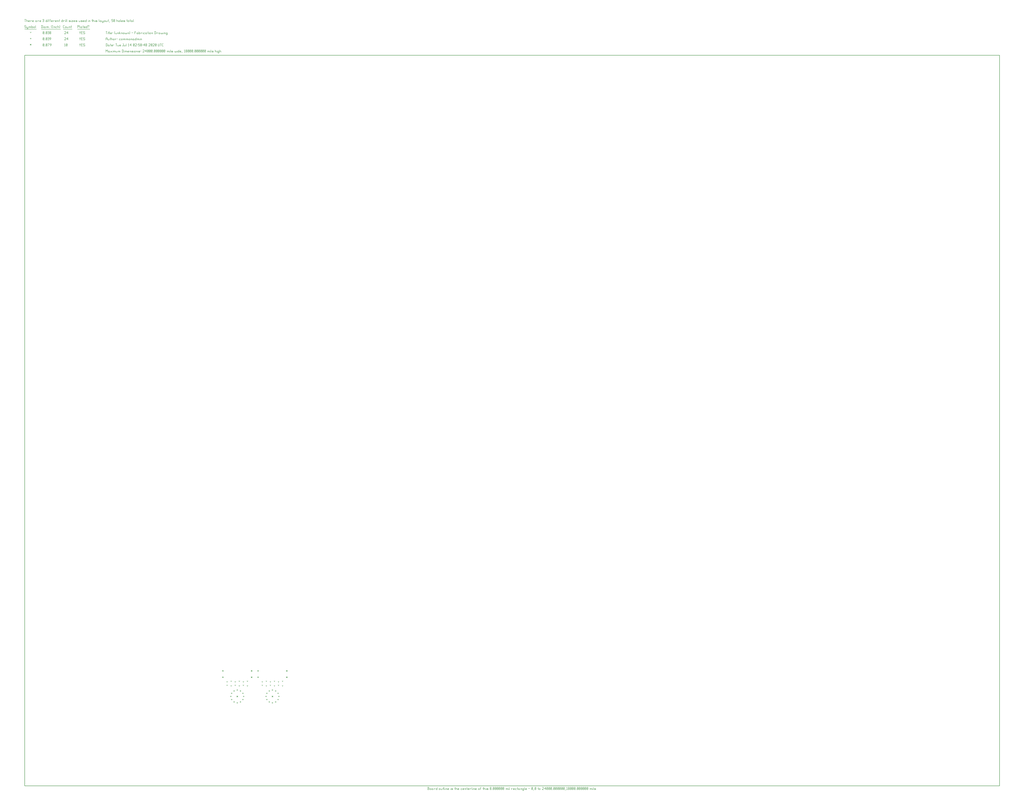
<source format=gbr>
G04 start of page 17 for group -3984 idx -3984 *
G04 Title: (unknown), fab *
G04 Creator: pcb 4.2.0 *
G04 CreationDate: Tue Jul 14 02:58:48 2020 UTC *
G04 For: commonadmin *
G04 Format: Gerber/RS-274X *
G04 PCB-Dimensions (mil): 24000.00 18000.00 *
G04 PCB-Coordinate-Origin: lower left *
%MOIN*%
%FSLAX25Y25*%
%LNFAB*%
%ADD78C,0.0100*%
%ADD77C,0.0075*%
%ADD76C,0.0060*%
%ADD75C,0.0001*%
G54D75*G36*
X609036Y222041D02*X612002Y219076D01*
X611436Y218510D01*
X608471Y221476D01*
X609036Y222041D01*
G37*
G36*
X608471Y219076D02*X611436Y222041D01*
X612002Y221476D01*
X609036Y218510D01*
X608471Y219076D01*
G37*
G36*
X644469Y269285D02*X647435Y266320D01*
X646869Y265754D01*
X643904Y268720D01*
X644469Y269285D01*
G37*
G36*
X643904Y266320D02*X646869Y269285D01*
X647435Y268720D01*
X644469Y265754D01*
X643904Y266320D01*
G37*
G36*
X644469Y285033D02*X647435Y282068D01*
X646869Y281502D01*
X643904Y284468D01*
X644469Y285033D01*
G37*
G36*
X643904Y282068D02*X646869Y285033D01*
X647435Y284468D01*
X644469Y281502D01*
X643904Y282068D01*
G37*
G36*
X573603Y285033D02*X576569Y282068D01*
X576003Y281502D01*
X573037Y284468D01*
X573603Y285033D01*
G37*
G36*
X573037Y282068D02*X576003Y285033D01*
X576569Y284468D01*
X573603Y281502D01*
X573037Y282068D01*
G37*
G36*
X573603Y269285D02*X576569Y266320D01*
X576003Y265754D01*
X573037Y268720D01*
X573603Y269285D01*
G37*
G36*
X573037Y266320D02*X576003Y269285D01*
X576569Y268720D01*
X573603Y265754D01*
X573037Y266320D01*
G37*
G36*
X522422Y222041D02*X525388Y219076D01*
X524822Y218510D01*
X521856Y221476D01*
X522422Y222041D01*
G37*
G36*
X521856Y219076D02*X524822Y222041D01*
X525388Y221476D01*
X522422Y218510D01*
X521856Y219076D01*
G37*
G36*
X557855Y269285D02*X560821Y266320D01*
X560255Y265754D01*
X557289Y268720D01*
X557855Y269285D01*
G37*
G36*
X557289Y266320D02*X560255Y269285D01*
X560821Y268720D01*
X557855Y265754D01*
X557289Y266320D01*
G37*
G36*
X557855Y285033D02*X560821Y282068D01*
X560255Y281502D01*
X557289Y284468D01*
X557855Y285033D01*
G37*
G36*
X557289Y282068D02*X560255Y285033D01*
X560821Y284468D01*
X557855Y281502D01*
X557289Y282068D01*
G37*
G36*
X486989Y285033D02*X489955Y282068D01*
X489389Y281502D01*
X486423Y284468D01*
X486989Y285033D01*
G37*
G36*
X486423Y282068D02*X489389Y285033D01*
X489955Y284468D01*
X486989Y281502D01*
X486423Y282068D01*
G37*
G36*
X486989Y269285D02*X489955Y266320D01*
X489389Y265754D01*
X486423Y268720D01*
X486989Y269285D01*
G37*
G36*
X486423Y266320D02*X489389Y269285D01*
X489955Y268720D01*
X486989Y265754D01*
X486423Y266320D01*
G37*
G36*
X13800Y1828016D02*X16766Y1825050D01*
X16200Y1824484D01*
X13234Y1827450D01*
X13800Y1828016D01*
G37*
G36*
X13234Y1825050D02*X16200Y1828016D01*
X16766Y1827450D01*
X13800Y1824484D01*
X13234Y1825050D01*
G37*
G54D76*X135000Y1828500D02*X136500Y1825500D01*
X138000Y1828500D01*
X136500Y1825500D02*Y1822500D01*
X139800Y1825800D02*X142050D01*
X139800Y1822500D02*X142800D01*
X139800Y1828500D02*Y1822500D01*
Y1828500D02*X142800D01*
X147600D02*X148350Y1827750D01*
X145350Y1828500D02*X147600D01*
X144600Y1827750D02*X145350Y1828500D01*
X144600Y1827750D02*Y1826250D01*
X145350Y1825500D01*
X147600D01*
X148350Y1824750D01*
Y1823250D01*
X147600Y1822500D02*X148350Y1823250D01*
X145350Y1822500D02*X147600D01*
X144600Y1823250D02*X145350Y1822500D01*
X98000Y1827300D02*X99200Y1828500D01*
Y1822500D01*
X98000D02*X100250D01*
X102050Y1823250D02*X102800Y1822500D01*
X102050Y1827750D02*Y1823250D01*
Y1827750D02*X102800Y1828500D01*
X104300D01*
X105050Y1827750D01*
Y1823250D01*
X104300Y1822500D02*X105050Y1823250D01*
X102800Y1822500D02*X104300D01*
X102050Y1824000D02*X105050Y1827000D01*
X45000Y1823250D02*X45750Y1822500D01*
X45000Y1827750D02*Y1823250D01*
Y1827750D02*X45750Y1828500D01*
X47250D01*
X48000Y1827750D01*
Y1823250D01*
X47250Y1822500D02*X48000Y1823250D01*
X45750Y1822500D02*X47250D01*
X45000Y1824000D02*X48000Y1827000D01*
X49800Y1822500D02*X50550D01*
X52350Y1823250D02*X53100Y1822500D01*
X52350Y1827750D02*Y1823250D01*
Y1827750D02*X53100Y1828500D01*
X54600D01*
X55350Y1827750D01*
Y1823250D01*
X54600Y1822500D02*X55350Y1823250D01*
X53100Y1822500D02*X54600D01*
X52350Y1824000D02*X55350Y1827000D01*
X57900Y1822500D02*X60900Y1828500D01*
X57150D02*X60900D01*
X63450Y1822500D02*X65700Y1825500D01*
Y1827750D02*Y1825500D01*
X64950Y1828500D02*X65700Y1827750D01*
X63450Y1828500D02*X64950D01*
X62700Y1827750D02*X63450Y1828500D01*
X62700Y1827750D02*Y1826250D01*
X63450Y1825500D01*
X65700D01*
X610236Y206128D02*Y202928D01*
X608636Y204528D02*X611836D01*
X625984Y221876D02*Y218676D01*
X624384Y220276D02*X627584D01*
X610236Y237624D02*Y234424D01*
X608636Y236024D02*X611836D01*
X594488Y221876D02*Y218676D01*
X592888Y220276D02*X596088D01*
X602362Y235458D02*Y232258D01*
X600762Y233858D02*X603962D01*
X596457Y229553D02*Y226353D01*
X594857Y227953D02*X598057D01*
X602362Y208293D02*Y205093D01*
X600762Y206693D02*X603962D01*
X596457Y214198D02*Y210998D01*
X594857Y212598D02*X598057D01*
X618110Y208293D02*Y205093D01*
X616510Y206693D02*X619710D01*
X618110Y235458D02*Y232258D01*
X616510Y233858D02*X619710D01*
X624016Y214198D02*Y210998D01*
X622416Y212598D02*X625616D01*
X624016Y229553D02*Y226353D01*
X622416Y227953D02*X625616D01*
X523622Y206128D02*Y202928D01*
X522022Y204528D02*X525222D01*
X539370Y221876D02*Y218676D01*
X537770Y220276D02*X540970D01*
X523622Y237624D02*Y234424D01*
X522022Y236024D02*X525222D01*
X507874Y221876D02*Y218676D01*
X506274Y220276D02*X509474D01*
X515748Y235458D02*Y232258D01*
X514148Y233858D02*X517348D01*
X509843Y229553D02*Y226353D01*
X508243Y227953D02*X511443D01*
X515748Y208293D02*Y205093D01*
X514148Y206693D02*X517348D01*
X509843Y214198D02*Y210998D01*
X508243Y212598D02*X511443D01*
X531496Y208293D02*Y205093D01*
X529896Y206693D02*X533096D01*
X531496Y235458D02*Y232258D01*
X529896Y233858D02*X533096D01*
X537402Y214198D02*Y210998D01*
X535802Y212598D02*X539002D01*
X537402Y229553D02*Y226353D01*
X535802Y227953D02*X539002D01*
X15000Y1842850D02*Y1839650D01*
X13400Y1841250D02*X16600D01*
X135000Y1843500D02*X136500Y1840500D01*
X138000Y1843500D01*
X136500Y1840500D02*Y1837500D01*
X139800Y1840800D02*X142050D01*
X139800Y1837500D02*X142800D01*
X139800Y1843500D02*Y1837500D01*
Y1843500D02*X142800D01*
X147600D02*X148350Y1842750D01*
X145350Y1843500D02*X147600D01*
X144600Y1842750D02*X145350Y1843500D01*
X144600Y1842750D02*Y1841250D01*
X145350Y1840500D01*
X147600D01*
X148350Y1839750D01*
Y1838250D01*
X147600Y1837500D02*X148350Y1838250D01*
X145350Y1837500D02*X147600D01*
X144600Y1838250D02*X145350Y1837500D01*
X98000Y1842750D02*X98750Y1843500D01*
X101000D01*
X101750Y1842750D01*
Y1841250D01*
X98000Y1837500D02*X101750Y1841250D01*
X98000Y1837500D02*X101750D01*
X103550Y1839750D02*X106550Y1843500D01*
X103550Y1839750D02*X107300D01*
X106550Y1843500D02*Y1837500D01*
X45000Y1838250D02*X45750Y1837500D01*
X45000Y1842750D02*Y1838250D01*
Y1842750D02*X45750Y1843500D01*
X47250D01*
X48000Y1842750D01*
Y1838250D01*
X47250Y1837500D02*X48000Y1838250D01*
X45750Y1837500D02*X47250D01*
X45000Y1839000D02*X48000Y1842000D01*
X49800Y1837500D02*X50550D01*
X52350Y1838250D02*X53100Y1837500D01*
X52350Y1842750D02*Y1838250D01*
Y1842750D02*X53100Y1843500D01*
X54600D01*
X55350Y1842750D01*
Y1838250D01*
X54600Y1837500D02*X55350Y1838250D01*
X53100Y1837500D02*X54600D01*
X52350Y1839000D02*X55350Y1842000D01*
X57150Y1842750D02*X57900Y1843500D01*
X59400D01*
X60150Y1842750D01*
X59400Y1837500D02*X60150Y1838250D01*
X57900Y1837500D02*X59400D01*
X57150Y1838250D02*X57900Y1837500D01*
Y1840800D02*X59400D01*
X60150Y1842750D02*Y1841550D01*
Y1840050D02*Y1838250D01*
Y1840050D02*X59400Y1840800D01*
X60150Y1841550D02*X59400Y1840800D01*
X62700Y1837500D02*X64950Y1840500D01*
Y1842750D02*Y1840500D01*
X64200Y1843500D02*X64950Y1842750D01*
X62700Y1843500D02*X64200D01*
X61950Y1842750D02*X62700Y1843500D01*
X61950Y1842750D02*Y1841250D01*
X62700Y1840500D01*
X64950D01*
X635236Y257772D02*Y256172D01*
Y257772D02*X636623Y258572D01*
X635236Y257772D02*X633850Y258572D01*
X635236Y246272D02*Y244672D01*
Y246272D02*X636623Y247072D01*
X635236Y246272D02*X633850Y247072D01*
X625236Y247772D02*Y246172D01*
Y247772D02*X626623Y248572D01*
X625236Y247772D02*X623850Y248572D01*
X625236Y256272D02*Y254672D01*
Y256272D02*X626623Y257072D01*
X625236Y256272D02*X623850Y257072D01*
X615236Y257772D02*Y256172D01*
Y257772D02*X616623Y258572D01*
X615236Y257772D02*X613850Y258572D01*
X605236Y256272D02*Y254672D01*
Y256272D02*X606623Y257072D01*
X605236Y256272D02*X603850Y257072D01*
X595236Y257772D02*Y256172D01*
Y257772D02*X596623Y258572D01*
X595236Y257772D02*X593850Y258572D01*
X585236Y256272D02*Y254672D01*
Y256272D02*X586623Y257072D01*
X585236Y256272D02*X583850Y257072D01*
X615236Y246272D02*Y244672D01*
Y246272D02*X616623Y247072D01*
X615236Y246272D02*X613850Y247072D01*
X605236Y247772D02*Y246172D01*
Y247772D02*X606623Y248572D01*
X605236Y247772D02*X603850Y248572D01*
X595236Y246272D02*Y244672D01*
Y246272D02*X596623Y247072D01*
X595236Y246272D02*X593850Y247072D01*
X585236Y247772D02*Y246172D01*
Y247772D02*X586623Y248572D01*
X585236Y247772D02*X583850Y248572D01*
X548599Y257788D02*Y256188D01*
Y257788D02*X549985Y258588D01*
X548599Y257788D02*X547212Y258588D01*
X548599Y246288D02*Y244688D01*
Y246288D02*X549985Y247088D01*
X548599Y246288D02*X547212Y247088D01*
X538599Y247788D02*Y246188D01*
Y247788D02*X539985Y248588D01*
X538599Y247788D02*X537212Y248588D01*
X538599Y256288D02*Y254688D01*
Y256288D02*X539985Y257088D01*
X538599Y256288D02*X537212Y257088D01*
X528599Y257788D02*Y256188D01*
Y257788D02*X529985Y258588D01*
X528599Y257788D02*X527212Y258588D01*
X518599Y256288D02*Y254688D01*
Y256288D02*X519985Y257088D01*
X518599Y256288D02*X517212Y257088D01*
X508599Y257788D02*Y256188D01*
Y257788D02*X509985Y258588D01*
X508599Y257788D02*X507212Y258588D01*
X498599Y256288D02*Y254688D01*
Y256288D02*X499985Y257088D01*
X498599Y256288D02*X497212Y257088D01*
X528599Y246288D02*Y244688D01*
Y246288D02*X529985Y247088D01*
X528599Y246288D02*X527212Y247088D01*
X518599Y247788D02*Y246188D01*
Y247788D02*X519985Y248588D01*
X518599Y247788D02*X517212Y248588D01*
X508599Y246288D02*Y244688D01*
Y246288D02*X509985Y247088D01*
X508599Y246288D02*X507212Y247088D01*
X498599Y247788D02*Y246188D01*
Y247788D02*X499985Y248588D01*
X498599Y247788D02*X497212Y248588D01*
X15000Y1856250D02*Y1854650D01*
Y1856250D02*X16387Y1857050D01*
X15000Y1856250D02*X13613Y1857050D01*
X135000Y1858500D02*X136500Y1855500D01*
X138000Y1858500D01*
X136500Y1855500D02*Y1852500D01*
X139800Y1855800D02*X142050D01*
X139800Y1852500D02*X142800D01*
X139800Y1858500D02*Y1852500D01*
Y1858500D02*X142800D01*
X147600D02*X148350Y1857750D01*
X145350Y1858500D02*X147600D01*
X144600Y1857750D02*X145350Y1858500D01*
X144600Y1857750D02*Y1856250D01*
X145350Y1855500D01*
X147600D01*
X148350Y1854750D01*
Y1853250D01*
X147600Y1852500D02*X148350Y1853250D01*
X145350Y1852500D02*X147600D01*
X144600Y1853250D02*X145350Y1852500D01*
X98000Y1857750D02*X98750Y1858500D01*
X101000D01*
X101750Y1857750D01*
Y1856250D01*
X98000Y1852500D02*X101750Y1856250D01*
X98000Y1852500D02*X101750D01*
X103550Y1854750D02*X106550Y1858500D01*
X103550Y1854750D02*X107300D01*
X106550Y1858500D02*Y1852500D01*
X45000Y1853250D02*X45750Y1852500D01*
X45000Y1857750D02*Y1853250D01*
Y1857750D02*X45750Y1858500D01*
X47250D01*
X48000Y1857750D01*
Y1853250D01*
X47250Y1852500D02*X48000Y1853250D01*
X45750Y1852500D02*X47250D01*
X45000Y1854000D02*X48000Y1857000D01*
X49800Y1852500D02*X50550D01*
X52350Y1853250D02*X53100Y1852500D01*
X52350Y1857750D02*Y1853250D01*
Y1857750D02*X53100Y1858500D01*
X54600D01*
X55350Y1857750D01*
Y1853250D01*
X54600Y1852500D02*X55350Y1853250D01*
X53100Y1852500D02*X54600D01*
X52350Y1854000D02*X55350Y1857000D01*
X57150Y1857750D02*X57900Y1858500D01*
X59400D01*
X60150Y1857750D01*
X59400Y1852500D02*X60150Y1853250D01*
X57900Y1852500D02*X59400D01*
X57150Y1853250D02*X57900Y1852500D01*
Y1855800D02*X59400D01*
X60150Y1857750D02*Y1856550D01*
Y1855050D02*Y1853250D01*
Y1855050D02*X59400Y1855800D01*
X60150Y1856550D02*X59400Y1855800D01*
X61950Y1853250D02*X62700Y1852500D01*
X61950Y1854450D02*Y1853250D01*
Y1854450D02*X63000Y1855500D01*
X63900D01*
X64950Y1854450D01*
Y1853250D01*
X64200Y1852500D02*X64950Y1853250D01*
X62700Y1852500D02*X64200D01*
X61950Y1856550D02*X63000Y1855500D01*
X61950Y1857750D02*Y1856550D01*
Y1857750D02*X62700Y1858500D01*
X64200D01*
X64950Y1857750D01*
Y1856550D01*
X63900Y1855500D02*X64950Y1856550D01*
X3000Y1873500D02*X3750Y1872750D01*
X750Y1873500D02*X3000D01*
X0Y1872750D02*X750Y1873500D01*
X0Y1872750D02*Y1871250D01*
X750Y1870500D01*
X3000D01*
X3750Y1869750D01*
Y1868250D01*
X3000Y1867500D02*X3750Y1868250D01*
X750Y1867500D02*X3000D01*
X0Y1868250D02*X750Y1867500D01*
X5550Y1870500D02*Y1868250D01*
X6300Y1867500D01*
X8550Y1870500D02*Y1866000D01*
X7800Y1865250D02*X8550Y1866000D01*
X6300Y1865250D02*X7800D01*
X5550Y1866000D02*X6300Y1865250D01*
Y1867500D02*X7800D01*
X8550Y1868250D01*
X11100Y1869750D02*Y1867500D01*
Y1869750D02*X11850Y1870500D01*
X12600D01*
X13350Y1869750D01*
Y1867500D01*
Y1869750D02*X14100Y1870500D01*
X14850D01*
X15600Y1869750D01*
Y1867500D01*
X10350Y1870500D02*X11100Y1869750D01*
X17400Y1873500D02*Y1867500D01*
Y1868250D02*X18150Y1867500D01*
X19650D01*
X20400Y1868250D01*
Y1869750D02*Y1868250D01*
X19650Y1870500D02*X20400Y1869750D01*
X18150Y1870500D02*X19650D01*
X17400Y1869750D02*X18150Y1870500D01*
X22200Y1869750D02*Y1868250D01*
Y1869750D02*X22950Y1870500D01*
X24450D01*
X25200Y1869750D01*
Y1868250D01*
X24450Y1867500D02*X25200Y1868250D01*
X22950Y1867500D02*X24450D01*
X22200Y1868250D02*X22950Y1867500D01*
X27000Y1873500D02*Y1868250D01*
X27750Y1867500D01*
X0Y1864250D02*X29250D01*
X41750Y1873500D02*Y1867500D01*
X43700Y1873500D02*X44750Y1872450D01*
Y1868550D01*
X43700Y1867500D02*X44750Y1868550D01*
X41000Y1867500D02*X43700D01*
X41000Y1873500D02*X43700D01*
G54D77*X46550Y1872000D02*Y1871850D01*
G54D76*Y1869750D02*Y1867500D01*
X50300Y1870500D02*X51050Y1869750D01*
X48800Y1870500D02*X50300D01*
X48050Y1869750D02*X48800Y1870500D01*
X48050Y1869750D02*Y1868250D01*
X48800Y1867500D01*
X51050Y1870500D02*Y1868250D01*
X51800Y1867500D01*
X48800D02*X50300D01*
X51050Y1868250D01*
X54350Y1869750D02*Y1867500D01*
Y1869750D02*X55100Y1870500D01*
X55850D01*
X56600Y1869750D01*
Y1867500D01*
Y1869750D02*X57350Y1870500D01*
X58100D01*
X58850Y1869750D01*
Y1867500D01*
X53600Y1870500D02*X54350Y1869750D01*
X60650Y1867500D02*X61400D01*
X65900Y1868250D02*X66650Y1867500D01*
X65900Y1872750D02*X66650Y1873500D01*
X65900Y1872750D02*Y1868250D01*
X68450Y1873500D02*X69950D01*
X69200D02*Y1867500D01*
X68450D02*X69950D01*
X72500Y1869750D02*Y1867500D01*
Y1869750D02*X73250Y1870500D01*
X74000D01*
X74750Y1869750D01*
Y1867500D01*
X71750Y1870500D02*X72500Y1869750D01*
X77300Y1870500D02*X79550D01*
X76550Y1869750D02*X77300Y1870500D01*
X76550Y1869750D02*Y1868250D01*
X77300Y1867500D01*
X79550D01*
X81350Y1873500D02*Y1867500D01*
Y1869750D02*X82100Y1870500D01*
X83600D01*
X84350Y1869750D01*
Y1867500D01*
X86150Y1873500D02*X86900Y1872750D01*
Y1868250D01*
X86150Y1867500D02*X86900Y1868250D01*
X41000Y1864250D02*X88700D01*
X96050Y1867500D02*X98000D01*
X95000Y1868550D02*X96050Y1867500D01*
X95000Y1872450D02*Y1868550D01*
Y1872450D02*X96050Y1873500D01*
X98000D01*
X99800Y1869750D02*Y1868250D01*
Y1869750D02*X100550Y1870500D01*
X102050D01*
X102800Y1869750D01*
Y1868250D01*
X102050Y1867500D02*X102800Y1868250D01*
X100550Y1867500D02*X102050D01*
X99800Y1868250D02*X100550Y1867500D01*
X104600Y1870500D02*Y1868250D01*
X105350Y1867500D01*
X106850D01*
X107600Y1868250D01*
Y1870500D02*Y1868250D01*
X110150Y1869750D02*Y1867500D01*
Y1869750D02*X110900Y1870500D01*
X111650D01*
X112400Y1869750D01*
Y1867500D01*
X109400Y1870500D02*X110150Y1869750D01*
X114950Y1873500D02*Y1868250D01*
X115700Y1867500D01*
X114200Y1871250D02*X115700D01*
X95000Y1864250D02*X117200D01*
X130750Y1873500D02*Y1867500D01*
X130000Y1873500D02*X133000D01*
X133750Y1872750D01*
Y1871250D01*
X133000Y1870500D02*X133750Y1871250D01*
X130750Y1870500D02*X133000D01*
X135550Y1873500D02*Y1868250D01*
X136300Y1867500D01*
X140050Y1870500D02*X140800Y1869750D01*
X138550Y1870500D02*X140050D01*
X137800Y1869750D02*X138550Y1870500D01*
X137800Y1869750D02*Y1868250D01*
X138550Y1867500D01*
X140800Y1870500D02*Y1868250D01*
X141550Y1867500D01*
X138550D02*X140050D01*
X140800Y1868250D01*
X144100Y1873500D02*Y1868250D01*
X144850Y1867500D01*
X143350Y1871250D02*X144850D01*
X147100Y1867500D02*X149350D01*
X146350Y1868250D02*X147100Y1867500D01*
X146350Y1869750D02*Y1868250D01*
Y1869750D02*X147100Y1870500D01*
X148600D01*
X149350Y1869750D01*
X146350Y1869000D02*X149350D01*
Y1869750D02*Y1869000D01*
X154150Y1873500D02*Y1867500D01*
X153400D02*X154150Y1868250D01*
X151900Y1867500D02*X153400D01*
X151150Y1868250D02*X151900Y1867500D01*
X151150Y1869750D02*Y1868250D01*
Y1869750D02*X151900Y1870500D01*
X153400D01*
X154150Y1869750D01*
X157450Y1870500D02*Y1869750D01*
Y1868250D02*Y1867500D01*
X155950Y1872750D02*Y1872000D01*
Y1872750D02*X156700Y1873500D01*
X158200D01*
X158950Y1872750D01*
Y1872000D01*
X157450Y1870500D02*X158950Y1872000D01*
X130000Y1864250D02*X160750D01*
X0Y1888500D02*X3000D01*
X1500D02*Y1882500D01*
X4800Y1888500D02*Y1882500D01*
Y1884750D02*X5550Y1885500D01*
X7050D01*
X7800Y1884750D01*
Y1882500D01*
X10350D02*X12600D01*
X9600Y1883250D02*X10350Y1882500D01*
X9600Y1884750D02*Y1883250D01*
Y1884750D02*X10350Y1885500D01*
X11850D01*
X12600Y1884750D01*
X9600Y1884000D02*X12600D01*
Y1884750D02*Y1884000D01*
X15150Y1884750D02*Y1882500D01*
Y1884750D02*X15900Y1885500D01*
X17400D01*
X14400D02*X15150Y1884750D01*
X19950Y1882500D02*X22200D01*
X19200Y1883250D02*X19950Y1882500D01*
X19200Y1884750D02*Y1883250D01*
Y1884750D02*X19950Y1885500D01*
X21450D01*
X22200Y1884750D01*
X19200Y1884000D02*X22200D01*
Y1884750D02*Y1884000D01*
X28950Y1885500D02*X29700Y1884750D01*
X27450Y1885500D02*X28950D01*
X26700Y1884750D02*X27450Y1885500D01*
X26700Y1884750D02*Y1883250D01*
X27450Y1882500D01*
X29700Y1885500D02*Y1883250D01*
X30450Y1882500D01*
X27450D02*X28950D01*
X29700Y1883250D01*
X33000Y1884750D02*Y1882500D01*
Y1884750D02*X33750Y1885500D01*
X35250D01*
X32250D02*X33000Y1884750D01*
X37800Y1882500D02*X40050D01*
X37050Y1883250D02*X37800Y1882500D01*
X37050Y1884750D02*Y1883250D01*
Y1884750D02*X37800Y1885500D01*
X39300D01*
X40050Y1884750D01*
X37050Y1884000D02*X40050D01*
Y1884750D02*Y1884000D01*
X44550Y1887750D02*X45300Y1888500D01*
X46800D01*
X47550Y1887750D01*
X46800Y1882500D02*X47550Y1883250D01*
X45300Y1882500D02*X46800D01*
X44550Y1883250D02*X45300Y1882500D01*
Y1885800D02*X46800D01*
X47550Y1887750D02*Y1886550D01*
Y1885050D02*Y1883250D01*
Y1885050D02*X46800Y1885800D01*
X47550Y1886550D02*X46800Y1885800D01*
X55050Y1888500D02*Y1882500D01*
X54300D02*X55050Y1883250D01*
X52800Y1882500D02*X54300D01*
X52050Y1883250D02*X52800Y1882500D01*
X52050Y1884750D02*Y1883250D01*
Y1884750D02*X52800Y1885500D01*
X54300D01*
X55050Y1884750D01*
G54D77*X56850Y1887000D02*Y1886850D01*
G54D76*Y1884750D02*Y1882500D01*
X59100Y1887750D02*Y1882500D01*
Y1887750D02*X59850Y1888500D01*
X60600D01*
X58350Y1885500D02*X59850D01*
X62850Y1887750D02*Y1882500D01*
Y1887750D02*X63600Y1888500D01*
X64350D01*
X62100Y1885500D02*X63600D01*
X66600Y1882500D02*X68850D01*
X65850Y1883250D02*X66600Y1882500D01*
X65850Y1884750D02*Y1883250D01*
Y1884750D02*X66600Y1885500D01*
X68100D01*
X68850Y1884750D01*
X65850Y1884000D02*X68850D01*
Y1884750D02*Y1884000D01*
X71400Y1884750D02*Y1882500D01*
Y1884750D02*X72150Y1885500D01*
X73650D01*
X70650D02*X71400Y1884750D01*
X76200Y1882500D02*X78450D01*
X75450Y1883250D02*X76200Y1882500D01*
X75450Y1884750D02*Y1883250D01*
Y1884750D02*X76200Y1885500D01*
X77700D01*
X78450Y1884750D01*
X75450Y1884000D02*X78450D01*
Y1884750D02*Y1884000D01*
X81000Y1884750D02*Y1882500D01*
Y1884750D02*X81750Y1885500D01*
X82500D01*
X83250Y1884750D01*
Y1882500D01*
X80250Y1885500D02*X81000Y1884750D01*
X85800Y1888500D02*Y1883250D01*
X86550Y1882500D01*
X85050Y1886250D02*X86550D01*
X93750Y1888500D02*Y1882500D01*
X93000D02*X93750Y1883250D01*
X91500Y1882500D02*X93000D01*
X90750Y1883250D02*X91500Y1882500D01*
X90750Y1884750D02*Y1883250D01*
Y1884750D02*X91500Y1885500D01*
X93000D01*
X93750Y1884750D01*
X96300D02*Y1882500D01*
Y1884750D02*X97050Y1885500D01*
X98550D01*
X95550D02*X96300Y1884750D01*
G54D77*X100350Y1887000D02*Y1886850D01*
G54D76*Y1884750D02*Y1882500D01*
X101850Y1888500D02*Y1883250D01*
X102600Y1882500D01*
X104100Y1888500D02*Y1883250D01*
X104850Y1882500D01*
X109800D02*X112050D01*
X112800Y1883250D01*
X112050Y1884000D02*X112800Y1883250D01*
X109800Y1884000D02*X112050D01*
X109050Y1884750D02*X109800Y1884000D01*
X109050Y1884750D02*X109800Y1885500D01*
X112050D01*
X112800Y1884750D01*
X109050Y1883250D02*X109800Y1882500D01*
G54D77*X114600Y1887000D02*Y1886850D01*
G54D76*Y1884750D02*Y1882500D01*
X116100Y1885500D02*X119100D01*
X116100Y1882500D02*X119100Y1885500D01*
X116100Y1882500D02*X119100D01*
X121650D02*X123900D01*
X120900Y1883250D02*X121650Y1882500D01*
X120900Y1884750D02*Y1883250D01*
Y1884750D02*X121650Y1885500D01*
X123150D01*
X123900Y1884750D01*
X120900Y1884000D02*X123900D01*
Y1884750D02*Y1884000D01*
X126450Y1882500D02*X128700D01*
X129450Y1883250D01*
X128700Y1884000D02*X129450Y1883250D01*
X126450Y1884000D02*X128700D01*
X125700Y1884750D02*X126450Y1884000D01*
X125700Y1884750D02*X126450Y1885500D01*
X128700D01*
X129450Y1884750D01*
X125700Y1883250D02*X126450Y1882500D01*
X133950Y1885500D02*Y1883250D01*
X134700Y1882500D01*
X136200D01*
X136950Y1883250D01*
Y1885500D02*Y1883250D01*
X139500Y1882500D02*X141750D01*
X142500Y1883250D01*
X141750Y1884000D02*X142500Y1883250D01*
X139500Y1884000D02*X141750D01*
X138750Y1884750D02*X139500Y1884000D01*
X138750Y1884750D02*X139500Y1885500D01*
X141750D01*
X142500Y1884750D01*
X138750Y1883250D02*X139500Y1882500D01*
X145050D02*X147300D01*
X144300Y1883250D02*X145050Y1882500D01*
X144300Y1884750D02*Y1883250D01*
Y1884750D02*X145050Y1885500D01*
X146550D01*
X147300Y1884750D01*
X144300Y1884000D02*X147300D01*
Y1884750D02*Y1884000D01*
X152100Y1888500D02*Y1882500D01*
X151350D02*X152100Y1883250D01*
X149850Y1882500D02*X151350D01*
X149100Y1883250D02*X149850Y1882500D01*
X149100Y1884750D02*Y1883250D01*
Y1884750D02*X149850Y1885500D01*
X151350D01*
X152100Y1884750D01*
G54D77*X156600Y1887000D02*Y1886850D01*
G54D76*Y1884750D02*Y1882500D01*
X158850Y1884750D02*Y1882500D01*
Y1884750D02*X159600Y1885500D01*
X160350D01*
X161100Y1884750D01*
Y1882500D01*
X158100Y1885500D02*X158850Y1884750D01*
X166350Y1888500D02*Y1883250D01*
X167100Y1882500D01*
X165600Y1886250D02*X167100D01*
X168600Y1888500D02*Y1882500D01*
Y1884750D02*X169350Y1885500D01*
X170850D01*
X171600Y1884750D01*
Y1882500D01*
G54D77*X173400Y1887000D02*Y1886850D01*
G54D76*Y1884750D02*Y1882500D01*
X175650D02*X177900D01*
X178650Y1883250D01*
X177900Y1884000D02*X178650Y1883250D01*
X175650Y1884000D02*X177900D01*
X174900Y1884750D02*X175650Y1884000D01*
X174900Y1884750D02*X175650Y1885500D01*
X177900D01*
X178650Y1884750D01*
X174900Y1883250D02*X175650Y1882500D01*
X183150Y1888500D02*Y1883250D01*
X183900Y1882500D01*
X187650Y1885500D02*X188400Y1884750D01*
X186150Y1885500D02*X187650D01*
X185400Y1884750D02*X186150Y1885500D01*
X185400Y1884750D02*Y1883250D01*
X186150Y1882500D01*
X188400Y1885500D02*Y1883250D01*
X189150Y1882500D01*
X186150D02*X187650D01*
X188400Y1883250D01*
X190950Y1885500D02*Y1883250D01*
X191700Y1882500D01*
X193950Y1885500D02*Y1881000D01*
X193200Y1880250D02*X193950Y1881000D01*
X191700Y1880250D02*X193200D01*
X190950Y1881000D02*X191700Y1880250D01*
Y1882500D02*X193200D01*
X193950Y1883250D01*
X195750Y1884750D02*Y1883250D01*
Y1884750D02*X196500Y1885500D01*
X198000D01*
X198750Y1884750D01*
Y1883250D01*
X198000Y1882500D02*X198750Y1883250D01*
X196500Y1882500D02*X198000D01*
X195750Y1883250D02*X196500Y1882500D01*
X200550Y1885500D02*Y1883250D01*
X201300Y1882500D01*
X202800D01*
X203550Y1883250D01*
Y1885500D02*Y1883250D01*
X206100Y1888500D02*Y1883250D01*
X206850Y1882500D01*
X205350Y1886250D02*X206850D01*
X208350Y1881000D02*X209850Y1882500D01*
X214350Y1888500D02*X217350D01*
X214350D02*Y1885500D01*
X215100Y1886250D01*
X216600D01*
X217350Y1885500D01*
Y1883250D01*
X216600Y1882500D02*X217350Y1883250D01*
X215100Y1882500D02*X216600D01*
X214350Y1883250D02*X215100Y1882500D01*
X219150Y1883250D02*X219900Y1882500D01*
X219150Y1884450D02*Y1883250D01*
Y1884450D02*X220200Y1885500D01*
X221100D01*
X222150Y1884450D01*
Y1883250D01*
X221400Y1882500D02*X222150Y1883250D01*
X219900Y1882500D02*X221400D01*
X219150Y1886550D02*X220200Y1885500D01*
X219150Y1887750D02*Y1886550D01*
Y1887750D02*X219900Y1888500D01*
X221400D01*
X222150Y1887750D01*
Y1886550D01*
X221100Y1885500D02*X222150Y1886550D01*
X226650Y1888500D02*Y1882500D01*
Y1884750D02*X227400Y1885500D01*
X228900D01*
X229650Y1884750D01*
Y1882500D01*
X231450Y1884750D02*Y1883250D01*
Y1884750D02*X232200Y1885500D01*
X233700D01*
X234450Y1884750D01*
Y1883250D01*
X233700Y1882500D02*X234450Y1883250D01*
X232200Y1882500D02*X233700D01*
X231450Y1883250D02*X232200Y1882500D01*
X236250Y1888500D02*Y1883250D01*
X237000Y1882500D01*
X239250D02*X241500D01*
X238500Y1883250D02*X239250Y1882500D01*
X238500Y1884750D02*Y1883250D01*
Y1884750D02*X239250Y1885500D01*
X240750D01*
X241500Y1884750D01*
X238500Y1884000D02*X241500D01*
Y1884750D02*Y1884000D01*
X244050Y1882500D02*X246300D01*
X247050Y1883250D01*
X246300Y1884000D02*X247050Y1883250D01*
X244050Y1884000D02*X246300D01*
X243300Y1884750D02*X244050Y1884000D01*
X243300Y1884750D02*X244050Y1885500D01*
X246300D01*
X247050Y1884750D01*
X243300Y1883250D02*X244050Y1882500D01*
X252300Y1888500D02*Y1883250D01*
X253050Y1882500D01*
X251550Y1886250D02*X253050D01*
X254550Y1884750D02*Y1883250D01*
Y1884750D02*X255300Y1885500D01*
X256800D01*
X257550Y1884750D01*
Y1883250D01*
X256800Y1882500D02*X257550Y1883250D01*
X255300Y1882500D02*X256800D01*
X254550Y1883250D02*X255300Y1882500D01*
X260100Y1888500D02*Y1883250D01*
X260850Y1882500D01*
X259350Y1886250D02*X260850D01*
X264600Y1885500D02*X265350Y1884750D01*
X263100Y1885500D02*X264600D01*
X262350Y1884750D02*X263100Y1885500D01*
X262350Y1884750D02*Y1883250D01*
X263100Y1882500D01*
X265350Y1885500D02*Y1883250D01*
X266100Y1882500D01*
X263100D02*X264600D01*
X265350Y1883250D01*
X267900Y1888500D02*Y1883250D01*
X268650Y1882500D01*
G54D78*X0Y1800000D02*X2400000D01*
X0D02*Y0D01*
X2400000Y1800000D02*Y0D01*
X0D02*X2400000D01*
G54D76*X200000Y1813500D02*Y1807500D01*
Y1813500D02*X202250Y1810500D01*
X204500Y1813500D01*
Y1807500D01*
X208550Y1810500D02*X209300Y1809750D01*
X207050Y1810500D02*X208550D01*
X206300Y1809750D02*X207050Y1810500D01*
X206300Y1809750D02*Y1808250D01*
X207050Y1807500D01*
X209300Y1810500D02*Y1808250D01*
X210050Y1807500D01*
X207050D02*X208550D01*
X209300Y1808250D01*
X211850Y1810500D02*X214850Y1807500D01*
X211850D02*X214850Y1810500D01*
G54D77*X216650Y1812000D02*Y1811850D01*
G54D76*Y1809750D02*Y1807500D01*
X218900Y1809750D02*Y1807500D01*
Y1809750D02*X219650Y1810500D01*
X220400D01*
X221150Y1809750D01*
Y1807500D01*
Y1809750D02*X221900Y1810500D01*
X222650D01*
X223400Y1809750D01*
Y1807500D01*
X218150Y1810500D02*X218900Y1809750D01*
X225200Y1810500D02*Y1808250D01*
X225950Y1807500D01*
X227450D01*
X228200Y1808250D01*
Y1810500D02*Y1808250D01*
X230750Y1809750D02*Y1807500D01*
Y1809750D02*X231500Y1810500D01*
X232250D01*
X233000Y1809750D01*
Y1807500D01*
Y1809750D02*X233750Y1810500D01*
X234500D01*
X235250Y1809750D01*
Y1807500D01*
X230000Y1810500D02*X230750Y1809750D01*
X240500Y1813500D02*Y1807500D01*
X242450Y1813500D02*X243500Y1812450D01*
Y1808550D01*
X242450Y1807500D02*X243500Y1808550D01*
X239750Y1807500D02*X242450D01*
X239750Y1813500D02*X242450D01*
G54D77*X245300Y1812000D02*Y1811850D01*
G54D76*Y1809750D02*Y1807500D01*
X247550Y1809750D02*Y1807500D01*
Y1809750D02*X248300Y1810500D01*
X249050D01*
X249800Y1809750D01*
Y1807500D01*
Y1809750D02*X250550Y1810500D01*
X251300D01*
X252050Y1809750D01*
Y1807500D01*
X246800Y1810500D02*X247550Y1809750D01*
X254600Y1807500D02*X256850D01*
X253850Y1808250D02*X254600Y1807500D01*
X253850Y1809750D02*Y1808250D01*
Y1809750D02*X254600Y1810500D01*
X256100D01*
X256850Y1809750D01*
X253850Y1809000D02*X256850D01*
Y1809750D02*Y1809000D01*
X259400Y1809750D02*Y1807500D01*
Y1809750D02*X260150Y1810500D01*
X260900D01*
X261650Y1809750D01*
Y1807500D01*
X258650Y1810500D02*X259400Y1809750D01*
X264200Y1807500D02*X266450D01*
X267200Y1808250D01*
X266450Y1809000D02*X267200Y1808250D01*
X264200Y1809000D02*X266450D01*
X263450Y1809750D02*X264200Y1809000D01*
X263450Y1809750D02*X264200Y1810500D01*
X266450D01*
X267200Y1809750D01*
X263450Y1808250D02*X264200Y1807500D01*
G54D77*X269000Y1812000D02*Y1811850D01*
G54D76*Y1809750D02*Y1807500D01*
X270500Y1809750D02*Y1808250D01*
Y1809750D02*X271250Y1810500D01*
X272750D01*
X273500Y1809750D01*
Y1808250D01*
X272750Y1807500D02*X273500Y1808250D01*
X271250Y1807500D02*X272750D01*
X270500Y1808250D02*X271250Y1807500D01*
X276050Y1809750D02*Y1807500D01*
Y1809750D02*X276800Y1810500D01*
X277550D01*
X278300Y1809750D01*
Y1807500D01*
X275300Y1810500D02*X276050Y1809750D01*
X280850Y1807500D02*X283100D01*
X283850Y1808250D01*
X283100Y1809000D02*X283850Y1808250D01*
X280850Y1809000D02*X283100D01*
X280100Y1809750D02*X280850Y1809000D01*
X280100Y1809750D02*X280850Y1810500D01*
X283100D01*
X283850Y1809750D01*
X280100Y1808250D02*X280850Y1807500D01*
X285650Y1811250D02*X286400D01*
X285650Y1809750D02*X286400D01*
X290900Y1812750D02*X291650Y1813500D01*
X293900D01*
X294650Y1812750D01*
Y1811250D01*
X290900Y1807500D02*X294650Y1811250D01*
X290900Y1807500D02*X294650D01*
X296450Y1809750D02*X299450Y1813500D01*
X296450Y1809750D02*X300200D01*
X299450Y1813500D02*Y1807500D01*
X302000Y1808250D02*X302750Y1807500D01*
X302000Y1812750D02*Y1808250D01*
Y1812750D02*X302750Y1813500D01*
X304250D01*
X305000Y1812750D01*
Y1808250D01*
X304250Y1807500D02*X305000Y1808250D01*
X302750Y1807500D02*X304250D01*
X302000Y1809000D02*X305000Y1812000D01*
X306800Y1808250D02*X307550Y1807500D01*
X306800Y1812750D02*Y1808250D01*
Y1812750D02*X307550Y1813500D01*
X309050D01*
X309800Y1812750D01*
Y1808250D01*
X309050Y1807500D02*X309800Y1808250D01*
X307550Y1807500D02*X309050D01*
X306800Y1809000D02*X309800Y1812000D01*
X311600Y1808250D02*X312350Y1807500D01*
X311600Y1812750D02*Y1808250D01*
Y1812750D02*X312350Y1813500D01*
X313850D01*
X314600Y1812750D01*
Y1808250D01*
X313850Y1807500D02*X314600Y1808250D01*
X312350Y1807500D02*X313850D01*
X311600Y1809000D02*X314600Y1812000D01*
X316400Y1807500D02*X317150D01*
X318950Y1808250D02*X319700Y1807500D01*
X318950Y1812750D02*Y1808250D01*
Y1812750D02*X319700Y1813500D01*
X321200D01*
X321950Y1812750D01*
Y1808250D01*
X321200Y1807500D02*X321950Y1808250D01*
X319700Y1807500D02*X321200D01*
X318950Y1809000D02*X321950Y1812000D01*
X323750Y1808250D02*X324500Y1807500D01*
X323750Y1812750D02*Y1808250D01*
Y1812750D02*X324500Y1813500D01*
X326000D01*
X326750Y1812750D01*
Y1808250D01*
X326000Y1807500D02*X326750Y1808250D01*
X324500Y1807500D02*X326000D01*
X323750Y1809000D02*X326750Y1812000D01*
X328550Y1808250D02*X329300Y1807500D01*
X328550Y1812750D02*Y1808250D01*
Y1812750D02*X329300Y1813500D01*
X330800D01*
X331550Y1812750D01*
Y1808250D01*
X330800Y1807500D02*X331550Y1808250D01*
X329300Y1807500D02*X330800D01*
X328550Y1809000D02*X331550Y1812000D01*
X333350Y1808250D02*X334100Y1807500D01*
X333350Y1812750D02*Y1808250D01*
Y1812750D02*X334100Y1813500D01*
X335600D01*
X336350Y1812750D01*
Y1808250D01*
X335600Y1807500D02*X336350Y1808250D01*
X334100Y1807500D02*X335600D01*
X333350Y1809000D02*X336350Y1812000D01*
X338150Y1808250D02*X338900Y1807500D01*
X338150Y1812750D02*Y1808250D01*
Y1812750D02*X338900Y1813500D01*
X340400D01*
X341150Y1812750D01*
Y1808250D01*
X340400Y1807500D02*X341150Y1808250D01*
X338900Y1807500D02*X340400D01*
X338150Y1809000D02*X341150Y1812000D01*
X342950Y1808250D02*X343700Y1807500D01*
X342950Y1812750D02*Y1808250D01*
Y1812750D02*X343700Y1813500D01*
X345200D01*
X345950Y1812750D01*
Y1808250D01*
X345200Y1807500D02*X345950Y1808250D01*
X343700Y1807500D02*X345200D01*
X342950Y1809000D02*X345950Y1812000D01*
X351200Y1809750D02*Y1807500D01*
Y1809750D02*X351950Y1810500D01*
X352700D01*
X353450Y1809750D01*
Y1807500D01*
Y1809750D02*X354200Y1810500D01*
X354950D01*
X355700Y1809750D01*
Y1807500D01*
X350450Y1810500D02*X351200Y1809750D01*
G54D77*X357500Y1812000D02*Y1811850D01*
G54D76*Y1809750D02*Y1807500D01*
X359000Y1813500D02*Y1808250D01*
X359750Y1807500D01*
X362000D02*X364250D01*
X365000Y1808250D01*
X364250Y1809000D02*X365000Y1808250D01*
X362000Y1809000D02*X364250D01*
X361250Y1809750D02*X362000Y1809000D01*
X361250Y1809750D02*X362000Y1810500D01*
X364250D01*
X365000Y1809750D01*
X361250Y1808250D02*X362000Y1807500D01*
X369500Y1810500D02*Y1808250D01*
X370250Y1807500D01*
X371000D01*
X371750Y1808250D01*
Y1810500D02*Y1808250D01*
X372500Y1807500D01*
X373250D01*
X374000Y1808250D01*
Y1810500D02*Y1808250D01*
G54D77*X375800Y1812000D02*Y1811850D01*
G54D76*Y1809750D02*Y1807500D01*
X380300Y1813500D02*Y1807500D01*
X379550D02*X380300Y1808250D01*
X378050Y1807500D02*X379550D01*
X377300Y1808250D02*X378050Y1807500D01*
X377300Y1809750D02*Y1808250D01*
Y1809750D02*X378050Y1810500D01*
X379550D01*
X380300Y1809750D01*
X382850Y1807500D02*X385100D01*
X382100Y1808250D02*X382850Y1807500D01*
X382100Y1809750D02*Y1808250D01*
Y1809750D02*X382850Y1810500D01*
X384350D01*
X385100Y1809750D01*
X382100Y1809000D02*X385100D01*
Y1809750D02*Y1809000D01*
X386900Y1806000D02*X388400Y1807500D01*
X392900Y1812300D02*X394100Y1813500D01*
Y1807500D01*
X392900D02*X395150D01*
X396950Y1808250D02*X397700Y1807500D01*
X396950Y1809450D02*Y1808250D01*
Y1809450D02*X398000Y1810500D01*
X398900D01*
X399950Y1809450D01*
Y1808250D01*
X399200Y1807500D02*X399950Y1808250D01*
X397700Y1807500D02*X399200D01*
X396950Y1811550D02*X398000Y1810500D01*
X396950Y1812750D02*Y1811550D01*
Y1812750D02*X397700Y1813500D01*
X399200D01*
X399950Y1812750D01*
Y1811550D01*
X398900Y1810500D02*X399950Y1811550D01*
X401750Y1808250D02*X402500Y1807500D01*
X401750Y1812750D02*Y1808250D01*
Y1812750D02*X402500Y1813500D01*
X404000D01*
X404750Y1812750D01*
Y1808250D01*
X404000Y1807500D02*X404750Y1808250D01*
X402500Y1807500D02*X404000D01*
X401750Y1809000D02*X404750Y1812000D01*
X406550Y1808250D02*X407300Y1807500D01*
X406550Y1812750D02*Y1808250D01*
Y1812750D02*X407300Y1813500D01*
X408800D01*
X409550Y1812750D01*
Y1808250D01*
X408800Y1807500D02*X409550Y1808250D01*
X407300Y1807500D02*X408800D01*
X406550Y1809000D02*X409550Y1812000D01*
X411350Y1808250D02*X412100Y1807500D01*
X411350Y1812750D02*Y1808250D01*
Y1812750D02*X412100Y1813500D01*
X413600D01*
X414350Y1812750D01*
Y1808250D01*
X413600Y1807500D02*X414350Y1808250D01*
X412100Y1807500D02*X413600D01*
X411350Y1809000D02*X414350Y1812000D01*
X416150Y1807500D02*X416900D01*
X418700Y1808250D02*X419450Y1807500D01*
X418700Y1812750D02*Y1808250D01*
Y1812750D02*X419450Y1813500D01*
X420950D01*
X421700Y1812750D01*
Y1808250D01*
X420950Y1807500D02*X421700Y1808250D01*
X419450Y1807500D02*X420950D01*
X418700Y1809000D02*X421700Y1812000D01*
X423500Y1808250D02*X424250Y1807500D01*
X423500Y1812750D02*Y1808250D01*
Y1812750D02*X424250Y1813500D01*
X425750D01*
X426500Y1812750D01*
Y1808250D01*
X425750Y1807500D02*X426500Y1808250D01*
X424250Y1807500D02*X425750D01*
X423500Y1809000D02*X426500Y1812000D01*
X428300Y1808250D02*X429050Y1807500D01*
X428300Y1812750D02*Y1808250D01*
Y1812750D02*X429050Y1813500D01*
X430550D01*
X431300Y1812750D01*
Y1808250D01*
X430550Y1807500D02*X431300Y1808250D01*
X429050Y1807500D02*X430550D01*
X428300Y1809000D02*X431300Y1812000D01*
X433100Y1808250D02*X433850Y1807500D01*
X433100Y1812750D02*Y1808250D01*
Y1812750D02*X433850Y1813500D01*
X435350D01*
X436100Y1812750D01*
Y1808250D01*
X435350Y1807500D02*X436100Y1808250D01*
X433850Y1807500D02*X435350D01*
X433100Y1809000D02*X436100Y1812000D01*
X437900Y1808250D02*X438650Y1807500D01*
X437900Y1812750D02*Y1808250D01*
Y1812750D02*X438650Y1813500D01*
X440150D01*
X440900Y1812750D01*
Y1808250D01*
X440150Y1807500D02*X440900Y1808250D01*
X438650Y1807500D02*X440150D01*
X437900Y1809000D02*X440900Y1812000D01*
X442700Y1808250D02*X443450Y1807500D01*
X442700Y1812750D02*Y1808250D01*
Y1812750D02*X443450Y1813500D01*
X444950D01*
X445700Y1812750D01*
Y1808250D01*
X444950Y1807500D02*X445700Y1808250D01*
X443450Y1807500D02*X444950D01*
X442700Y1809000D02*X445700Y1812000D01*
X450950Y1809750D02*Y1807500D01*
Y1809750D02*X451700Y1810500D01*
X452450D01*
X453200Y1809750D01*
Y1807500D01*
Y1809750D02*X453950Y1810500D01*
X454700D01*
X455450Y1809750D01*
Y1807500D01*
X450200Y1810500D02*X450950Y1809750D01*
G54D77*X457250Y1812000D02*Y1811850D01*
G54D76*Y1809750D02*Y1807500D01*
X458750Y1813500D02*Y1808250D01*
X459500Y1807500D01*
X461750D02*X464000D01*
X464750Y1808250D01*
X464000Y1809000D02*X464750Y1808250D01*
X461750Y1809000D02*X464000D01*
X461000Y1809750D02*X461750Y1809000D01*
X461000Y1809750D02*X461750Y1810500D01*
X464000D01*
X464750Y1809750D01*
X461000Y1808250D02*X461750Y1807500D01*
X469250Y1813500D02*Y1807500D01*
Y1809750D02*X470000Y1810500D01*
X471500D01*
X472250Y1809750D01*
Y1807500D01*
G54D77*X474050Y1812000D02*Y1811850D01*
G54D76*Y1809750D02*Y1807500D01*
X477800Y1810500D02*X478550Y1809750D01*
X476300Y1810500D02*X477800D01*
X475550Y1809750D02*X476300Y1810500D01*
X475550Y1809750D02*Y1808250D01*
X476300Y1807500D01*
X477800D01*
X478550Y1808250D01*
X475550Y1806000D02*X476300Y1805250D01*
X477800D01*
X478550Y1806000D01*
Y1810500D02*Y1806000D01*
X480350Y1813500D02*Y1807500D01*
Y1809750D02*X481100Y1810500D01*
X482600D01*
X483350Y1809750D01*
Y1807500D01*
X992100Y-9500D02*X995100D01*
X995850Y-8750D01*
Y-6950D02*Y-8750D01*
X995100Y-6200D02*X995850Y-6950D01*
X992850Y-6200D02*X995100D01*
X992850Y-3500D02*Y-9500D01*
X992100Y-3500D02*X995100D01*
X995850Y-4250D01*
Y-5450D01*
X995100Y-6200D02*X995850Y-5450D01*
X997650Y-7250D02*Y-8750D01*
Y-7250D02*X998400Y-6500D01*
X999900D01*
X1000650Y-7250D01*
Y-8750D01*
X999900Y-9500D02*X1000650Y-8750D01*
X998400Y-9500D02*X999900D01*
X997650Y-8750D02*X998400Y-9500D01*
X1004700Y-6500D02*X1005450Y-7250D01*
X1003200Y-6500D02*X1004700D01*
X1002450Y-7250D02*X1003200Y-6500D01*
X1002450Y-7250D02*Y-8750D01*
X1003200Y-9500D01*
X1005450Y-6500D02*Y-8750D01*
X1006200Y-9500D01*
X1003200D02*X1004700D01*
X1005450Y-8750D01*
X1008750Y-7250D02*Y-9500D01*
Y-7250D02*X1009500Y-6500D01*
X1011000D01*
X1008000D02*X1008750Y-7250D01*
X1015800Y-3500D02*Y-9500D01*
X1015050D02*X1015800Y-8750D01*
X1013550Y-9500D02*X1015050D01*
X1012800Y-8750D02*X1013550Y-9500D01*
X1012800Y-7250D02*Y-8750D01*
Y-7250D02*X1013550Y-6500D01*
X1015050D01*
X1015800Y-7250D01*
X1020300D02*Y-8750D01*
Y-7250D02*X1021050Y-6500D01*
X1022550D01*
X1023300Y-7250D01*
Y-8750D01*
X1022550Y-9500D02*X1023300Y-8750D01*
X1021050Y-9500D02*X1022550D01*
X1020300Y-8750D02*X1021050Y-9500D01*
X1025100Y-6500D02*Y-8750D01*
X1025850Y-9500D01*
X1027350D01*
X1028100Y-8750D01*
Y-6500D02*Y-8750D01*
X1030650Y-3500D02*Y-8750D01*
X1031400Y-9500D01*
X1029900Y-5750D02*X1031400D01*
X1032900Y-3500D02*Y-8750D01*
X1033650Y-9500D01*
G54D77*X1035150Y-5000D02*Y-5150D01*
G54D76*Y-7250D02*Y-9500D01*
X1037400Y-7250D02*Y-9500D01*
Y-7250D02*X1038150Y-6500D01*
X1038900D01*
X1039650Y-7250D01*
Y-9500D01*
X1036650Y-6500D02*X1037400Y-7250D01*
X1042200Y-9500D02*X1044450D01*
X1041450Y-8750D02*X1042200Y-9500D01*
X1041450Y-7250D02*Y-8750D01*
Y-7250D02*X1042200Y-6500D01*
X1043700D01*
X1044450Y-7250D01*
X1041450Y-8000D02*X1044450D01*
Y-7250D02*Y-8000D01*
G54D77*X1048950Y-5000D02*Y-5150D01*
G54D76*Y-7250D02*Y-9500D01*
X1051200D02*X1053450D01*
X1054200Y-8750D01*
X1053450Y-8000D02*X1054200Y-8750D01*
X1051200Y-8000D02*X1053450D01*
X1050450Y-7250D02*X1051200Y-8000D01*
X1050450Y-7250D02*X1051200Y-6500D01*
X1053450D01*
X1054200Y-7250D01*
X1050450Y-8750D02*X1051200Y-9500D01*
X1059450Y-3500D02*Y-8750D01*
X1060200Y-9500D01*
X1058700Y-5750D02*X1060200D01*
X1061700Y-3500D02*Y-9500D01*
Y-7250D02*X1062450Y-6500D01*
X1063950D01*
X1064700Y-7250D01*
Y-9500D01*
X1067250D02*X1069500D01*
X1066500Y-8750D02*X1067250Y-9500D01*
X1066500Y-7250D02*Y-8750D01*
Y-7250D02*X1067250Y-6500D01*
X1068750D01*
X1069500Y-7250D01*
X1066500Y-8000D02*X1069500D01*
Y-7250D02*Y-8000D01*
X1074750Y-6500D02*X1077000D01*
X1074000Y-7250D02*X1074750Y-6500D01*
X1074000Y-7250D02*Y-8750D01*
X1074750Y-9500D01*
X1077000D01*
X1079550D02*X1081800D01*
X1078800Y-8750D02*X1079550Y-9500D01*
X1078800Y-7250D02*Y-8750D01*
Y-7250D02*X1079550Y-6500D01*
X1081050D01*
X1081800Y-7250D01*
X1078800Y-8000D02*X1081800D01*
Y-7250D02*Y-8000D01*
X1084350Y-7250D02*Y-9500D01*
Y-7250D02*X1085100Y-6500D01*
X1085850D01*
X1086600Y-7250D01*
Y-9500D01*
X1083600Y-6500D02*X1084350Y-7250D01*
X1089150Y-3500D02*Y-8750D01*
X1089900Y-9500D01*
X1088400Y-5750D02*X1089900D01*
X1092150Y-9500D02*X1094400D01*
X1091400Y-8750D02*X1092150Y-9500D01*
X1091400Y-7250D02*Y-8750D01*
Y-7250D02*X1092150Y-6500D01*
X1093650D01*
X1094400Y-7250D01*
X1091400Y-8000D02*X1094400D01*
Y-7250D02*Y-8000D01*
X1096950Y-7250D02*Y-9500D01*
Y-7250D02*X1097700Y-6500D01*
X1099200D01*
X1096200D02*X1096950Y-7250D01*
X1101000Y-3500D02*Y-8750D01*
X1101750Y-9500D01*
G54D77*X1103250Y-5000D02*Y-5150D01*
G54D76*Y-7250D02*Y-9500D01*
X1105500Y-7250D02*Y-9500D01*
Y-7250D02*X1106250Y-6500D01*
X1107000D01*
X1107750Y-7250D01*
Y-9500D01*
X1104750Y-6500D02*X1105500Y-7250D01*
X1110300Y-9500D02*X1112550D01*
X1109550Y-8750D02*X1110300Y-9500D01*
X1109550Y-7250D02*Y-8750D01*
Y-7250D02*X1110300Y-6500D01*
X1111800D01*
X1112550Y-7250D01*
X1109550Y-8000D02*X1112550D01*
Y-7250D02*Y-8000D01*
X1117050Y-7250D02*Y-8750D01*
Y-7250D02*X1117800Y-6500D01*
X1119300D01*
X1120050Y-7250D01*
Y-8750D01*
X1119300Y-9500D02*X1120050Y-8750D01*
X1117800Y-9500D02*X1119300D01*
X1117050Y-8750D02*X1117800Y-9500D01*
X1122600Y-4250D02*Y-9500D01*
Y-4250D02*X1123350Y-3500D01*
X1124100D01*
X1121850Y-6500D02*X1123350D01*
X1129050Y-3500D02*Y-8750D01*
X1129800Y-9500D01*
X1128300Y-5750D02*X1129800D01*
X1131300Y-3500D02*Y-9500D01*
Y-7250D02*X1132050Y-6500D01*
X1133550D01*
X1134300Y-7250D01*
Y-9500D01*
G54D77*X1136100Y-5000D02*Y-5150D01*
G54D76*Y-7250D02*Y-9500D01*
X1138350D02*X1140600D01*
X1141350Y-8750D01*
X1140600Y-8000D02*X1141350Y-8750D01*
X1138350Y-8000D02*X1140600D01*
X1137600Y-7250D02*X1138350Y-8000D01*
X1137600Y-7250D02*X1138350Y-6500D01*
X1140600D01*
X1141350Y-7250D01*
X1137600Y-8750D02*X1138350Y-9500D01*
X1145850Y-8750D02*X1146600Y-9500D01*
X1145850Y-7550D02*Y-8750D01*
Y-7550D02*X1146900Y-6500D01*
X1147800D01*
X1148850Y-7550D01*
Y-8750D01*
X1148100Y-9500D02*X1148850Y-8750D01*
X1146600Y-9500D02*X1148100D01*
X1145850Y-5450D02*X1146900Y-6500D01*
X1145850Y-4250D02*Y-5450D01*
Y-4250D02*X1146600Y-3500D01*
X1148100D01*
X1148850Y-4250D01*
Y-5450D01*
X1147800Y-6500D02*X1148850Y-5450D01*
X1150650Y-9500D02*X1151400D01*
X1153200Y-8750D02*X1153950Y-9500D01*
X1153200Y-4250D02*Y-8750D01*
Y-4250D02*X1153950Y-3500D01*
X1155450D01*
X1156200Y-4250D01*
Y-8750D01*
X1155450Y-9500D02*X1156200Y-8750D01*
X1153950Y-9500D02*X1155450D01*
X1153200Y-8000D02*X1156200Y-5000D01*
X1158000Y-8750D02*X1158750Y-9500D01*
X1158000Y-4250D02*Y-8750D01*
Y-4250D02*X1158750Y-3500D01*
X1160250D01*
X1161000Y-4250D01*
Y-8750D01*
X1160250Y-9500D02*X1161000Y-8750D01*
X1158750Y-9500D02*X1160250D01*
X1158000Y-8000D02*X1161000Y-5000D01*
X1162800Y-8750D02*X1163550Y-9500D01*
X1162800Y-4250D02*Y-8750D01*
Y-4250D02*X1163550Y-3500D01*
X1165050D01*
X1165800Y-4250D01*
Y-8750D01*
X1165050Y-9500D02*X1165800Y-8750D01*
X1163550Y-9500D02*X1165050D01*
X1162800Y-8000D02*X1165800Y-5000D01*
X1167600Y-8750D02*X1168350Y-9500D01*
X1167600Y-4250D02*Y-8750D01*
Y-4250D02*X1168350Y-3500D01*
X1169850D01*
X1170600Y-4250D01*
Y-8750D01*
X1169850Y-9500D02*X1170600Y-8750D01*
X1168350Y-9500D02*X1169850D01*
X1167600Y-8000D02*X1170600Y-5000D01*
X1172400Y-8750D02*X1173150Y-9500D01*
X1172400Y-4250D02*Y-8750D01*
Y-4250D02*X1173150Y-3500D01*
X1174650D01*
X1175400Y-4250D01*
Y-8750D01*
X1174650Y-9500D02*X1175400Y-8750D01*
X1173150Y-9500D02*X1174650D01*
X1172400Y-8000D02*X1175400Y-5000D01*
X1177200Y-8750D02*X1177950Y-9500D01*
X1177200Y-4250D02*Y-8750D01*
Y-4250D02*X1177950Y-3500D01*
X1179450D01*
X1180200Y-4250D01*
Y-8750D01*
X1179450Y-9500D02*X1180200Y-8750D01*
X1177950Y-9500D02*X1179450D01*
X1177200Y-8000D02*X1180200Y-5000D01*
X1185450Y-7250D02*Y-9500D01*
Y-7250D02*X1186200Y-6500D01*
X1186950D01*
X1187700Y-7250D01*
Y-9500D01*
Y-7250D02*X1188450Y-6500D01*
X1189200D01*
X1189950Y-7250D01*
Y-9500D01*
X1184700Y-6500D02*X1185450Y-7250D01*
G54D77*X1191750Y-5000D02*Y-5150D01*
G54D76*Y-7250D02*Y-9500D01*
X1193250Y-3500D02*Y-8750D01*
X1194000Y-9500D01*
X1198950Y-7250D02*Y-9500D01*
Y-7250D02*X1199700Y-6500D01*
X1201200D01*
X1198200D02*X1198950Y-7250D01*
X1203750Y-9500D02*X1206000D01*
X1203000Y-8750D02*X1203750Y-9500D01*
X1203000Y-7250D02*Y-8750D01*
Y-7250D02*X1203750Y-6500D01*
X1205250D01*
X1206000Y-7250D01*
X1203000Y-8000D02*X1206000D01*
Y-7250D02*Y-8000D01*
X1208550Y-6500D02*X1210800D01*
X1207800Y-7250D02*X1208550Y-6500D01*
X1207800Y-7250D02*Y-8750D01*
X1208550Y-9500D01*
X1210800D01*
X1213350Y-3500D02*Y-8750D01*
X1214100Y-9500D01*
X1212600Y-5750D02*X1214100D01*
X1217850Y-6500D02*X1218600Y-7250D01*
X1216350Y-6500D02*X1217850D01*
X1215600Y-7250D02*X1216350Y-6500D01*
X1215600Y-7250D02*Y-8750D01*
X1216350Y-9500D01*
X1218600Y-6500D02*Y-8750D01*
X1219350Y-9500D01*
X1216350D02*X1217850D01*
X1218600Y-8750D01*
X1221900Y-7250D02*Y-9500D01*
Y-7250D02*X1222650Y-6500D01*
X1223400D01*
X1224150Y-7250D01*
Y-9500D01*
X1221150Y-6500D02*X1221900Y-7250D01*
X1228200Y-6500D02*X1228950Y-7250D01*
X1226700Y-6500D02*X1228200D01*
X1225950Y-7250D02*X1226700Y-6500D01*
X1225950Y-7250D02*Y-8750D01*
X1226700Y-9500D01*
X1228200D01*
X1228950Y-8750D01*
X1225950Y-11000D02*X1226700Y-11750D01*
X1228200D01*
X1228950Y-11000D01*
Y-6500D02*Y-11000D01*
X1230750Y-3500D02*Y-8750D01*
X1231500Y-9500D01*
X1233750D02*X1236000D01*
X1233000Y-8750D02*X1233750Y-9500D01*
X1233000Y-7250D02*Y-8750D01*
Y-7250D02*X1233750Y-6500D01*
X1235250D01*
X1236000Y-7250D01*
X1233000Y-8000D02*X1236000D01*
Y-7250D02*Y-8000D01*
X1240500Y-6500D02*X1243500D01*
X1248000Y-8750D02*X1248750Y-9500D01*
X1248000Y-4250D02*Y-8750D01*
Y-4250D02*X1248750Y-3500D01*
X1250250D01*
X1251000Y-4250D01*
Y-8750D01*
X1250250Y-9500D02*X1251000Y-8750D01*
X1248750Y-9500D02*X1250250D01*
X1248000Y-8000D02*X1251000Y-5000D01*
X1252800Y-11000D02*X1254300Y-9500D01*
X1256100Y-8750D02*X1256850Y-9500D01*
X1256100Y-4250D02*Y-8750D01*
Y-4250D02*X1256850Y-3500D01*
X1258350D01*
X1259100Y-4250D01*
Y-8750D01*
X1258350Y-9500D02*X1259100Y-8750D01*
X1256850Y-9500D02*X1258350D01*
X1256100Y-8000D02*X1259100Y-5000D01*
X1264350Y-3500D02*Y-8750D01*
X1265100Y-9500D01*
X1263600Y-5750D02*X1265100D01*
X1266600Y-7250D02*Y-8750D01*
Y-7250D02*X1267350Y-6500D01*
X1268850D01*
X1269600Y-7250D01*
Y-8750D01*
X1268850Y-9500D02*X1269600Y-8750D01*
X1267350Y-9500D02*X1268850D01*
X1266600Y-8750D02*X1267350Y-9500D01*
X1274100Y-4250D02*X1274850Y-3500D01*
X1277100D01*
X1277850Y-4250D01*
Y-5750D01*
X1274100Y-9500D02*X1277850Y-5750D01*
X1274100Y-9500D02*X1277850D01*
X1279650Y-7250D02*X1282650Y-3500D01*
X1279650Y-7250D02*X1283400D01*
X1282650Y-3500D02*Y-9500D01*
X1285200Y-8750D02*X1285950Y-9500D01*
X1285200Y-4250D02*Y-8750D01*
Y-4250D02*X1285950Y-3500D01*
X1287450D01*
X1288200Y-4250D01*
Y-8750D01*
X1287450Y-9500D02*X1288200Y-8750D01*
X1285950Y-9500D02*X1287450D01*
X1285200Y-8000D02*X1288200Y-5000D01*
X1290000Y-8750D02*X1290750Y-9500D01*
X1290000Y-4250D02*Y-8750D01*
Y-4250D02*X1290750Y-3500D01*
X1292250D01*
X1293000Y-4250D01*
Y-8750D01*
X1292250Y-9500D02*X1293000Y-8750D01*
X1290750Y-9500D02*X1292250D01*
X1290000Y-8000D02*X1293000Y-5000D01*
X1294800Y-8750D02*X1295550Y-9500D01*
X1294800Y-4250D02*Y-8750D01*
Y-4250D02*X1295550Y-3500D01*
X1297050D01*
X1297800Y-4250D01*
Y-8750D01*
X1297050Y-9500D02*X1297800Y-8750D01*
X1295550Y-9500D02*X1297050D01*
X1294800Y-8000D02*X1297800Y-5000D01*
X1299600Y-9500D02*X1300350D01*
X1302150Y-8750D02*X1302900Y-9500D01*
X1302150Y-4250D02*Y-8750D01*
Y-4250D02*X1302900Y-3500D01*
X1304400D01*
X1305150Y-4250D01*
Y-8750D01*
X1304400Y-9500D02*X1305150Y-8750D01*
X1302900Y-9500D02*X1304400D01*
X1302150Y-8000D02*X1305150Y-5000D01*
X1306950Y-8750D02*X1307700Y-9500D01*
X1306950Y-4250D02*Y-8750D01*
Y-4250D02*X1307700Y-3500D01*
X1309200D01*
X1309950Y-4250D01*
Y-8750D01*
X1309200Y-9500D02*X1309950Y-8750D01*
X1307700Y-9500D02*X1309200D01*
X1306950Y-8000D02*X1309950Y-5000D01*
X1311750Y-8750D02*X1312500Y-9500D01*
X1311750Y-4250D02*Y-8750D01*
Y-4250D02*X1312500Y-3500D01*
X1314000D01*
X1314750Y-4250D01*
Y-8750D01*
X1314000Y-9500D02*X1314750Y-8750D01*
X1312500Y-9500D02*X1314000D01*
X1311750Y-8000D02*X1314750Y-5000D01*
X1316550Y-8750D02*X1317300Y-9500D01*
X1316550Y-4250D02*Y-8750D01*
Y-4250D02*X1317300Y-3500D01*
X1318800D01*
X1319550Y-4250D01*
Y-8750D01*
X1318800Y-9500D02*X1319550Y-8750D01*
X1317300Y-9500D02*X1318800D01*
X1316550Y-8000D02*X1319550Y-5000D01*
X1321350Y-8750D02*X1322100Y-9500D01*
X1321350Y-4250D02*Y-8750D01*
Y-4250D02*X1322100Y-3500D01*
X1323600D01*
X1324350Y-4250D01*
Y-8750D01*
X1323600Y-9500D02*X1324350Y-8750D01*
X1322100Y-9500D02*X1323600D01*
X1321350Y-8000D02*X1324350Y-5000D01*
X1326150Y-8750D02*X1326900Y-9500D01*
X1326150Y-4250D02*Y-8750D01*
Y-4250D02*X1326900Y-3500D01*
X1328400D01*
X1329150Y-4250D01*
Y-8750D01*
X1328400Y-9500D02*X1329150Y-8750D01*
X1326900Y-9500D02*X1328400D01*
X1326150Y-8000D02*X1329150Y-5000D01*
X1330950Y-11000D02*X1332450Y-9500D01*
X1334250Y-4700D02*X1335450Y-3500D01*
Y-9500D01*
X1334250D02*X1336500D01*
X1338300Y-8750D02*X1339050Y-9500D01*
X1338300Y-7550D02*Y-8750D01*
Y-7550D02*X1339350Y-6500D01*
X1340250D01*
X1341300Y-7550D01*
Y-8750D01*
X1340550Y-9500D02*X1341300Y-8750D01*
X1339050Y-9500D02*X1340550D01*
X1338300Y-5450D02*X1339350Y-6500D01*
X1338300Y-4250D02*Y-5450D01*
Y-4250D02*X1339050Y-3500D01*
X1340550D01*
X1341300Y-4250D01*
Y-5450D01*
X1340250Y-6500D02*X1341300Y-5450D01*
X1343100Y-8750D02*X1343850Y-9500D01*
X1343100Y-4250D02*Y-8750D01*
Y-4250D02*X1343850Y-3500D01*
X1345350D01*
X1346100Y-4250D01*
Y-8750D01*
X1345350Y-9500D02*X1346100Y-8750D01*
X1343850Y-9500D02*X1345350D01*
X1343100Y-8000D02*X1346100Y-5000D01*
X1347900Y-8750D02*X1348650Y-9500D01*
X1347900Y-4250D02*Y-8750D01*
Y-4250D02*X1348650Y-3500D01*
X1350150D01*
X1350900Y-4250D01*
Y-8750D01*
X1350150Y-9500D02*X1350900Y-8750D01*
X1348650Y-9500D02*X1350150D01*
X1347900Y-8000D02*X1350900Y-5000D01*
X1352700Y-8750D02*X1353450Y-9500D01*
X1352700Y-4250D02*Y-8750D01*
Y-4250D02*X1353450Y-3500D01*
X1354950D01*
X1355700Y-4250D01*
Y-8750D01*
X1354950Y-9500D02*X1355700Y-8750D01*
X1353450Y-9500D02*X1354950D01*
X1352700Y-8000D02*X1355700Y-5000D01*
X1357500Y-9500D02*X1358250D01*
X1360050Y-8750D02*X1360800Y-9500D01*
X1360050Y-4250D02*Y-8750D01*
Y-4250D02*X1360800Y-3500D01*
X1362300D01*
X1363050Y-4250D01*
Y-8750D01*
X1362300Y-9500D02*X1363050Y-8750D01*
X1360800Y-9500D02*X1362300D01*
X1360050Y-8000D02*X1363050Y-5000D01*
X1364850Y-8750D02*X1365600Y-9500D01*
X1364850Y-4250D02*Y-8750D01*
Y-4250D02*X1365600Y-3500D01*
X1367100D01*
X1367850Y-4250D01*
Y-8750D01*
X1367100Y-9500D02*X1367850Y-8750D01*
X1365600Y-9500D02*X1367100D01*
X1364850Y-8000D02*X1367850Y-5000D01*
X1369650Y-8750D02*X1370400Y-9500D01*
X1369650Y-4250D02*Y-8750D01*
Y-4250D02*X1370400Y-3500D01*
X1371900D01*
X1372650Y-4250D01*
Y-8750D01*
X1371900Y-9500D02*X1372650Y-8750D01*
X1370400Y-9500D02*X1371900D01*
X1369650Y-8000D02*X1372650Y-5000D01*
X1374450Y-8750D02*X1375200Y-9500D01*
X1374450Y-4250D02*Y-8750D01*
Y-4250D02*X1375200Y-3500D01*
X1376700D01*
X1377450Y-4250D01*
Y-8750D01*
X1376700Y-9500D02*X1377450Y-8750D01*
X1375200Y-9500D02*X1376700D01*
X1374450Y-8000D02*X1377450Y-5000D01*
X1379250Y-8750D02*X1380000Y-9500D01*
X1379250Y-4250D02*Y-8750D01*
Y-4250D02*X1380000Y-3500D01*
X1381500D01*
X1382250Y-4250D01*
Y-8750D01*
X1381500Y-9500D02*X1382250Y-8750D01*
X1380000Y-9500D02*X1381500D01*
X1379250Y-8000D02*X1382250Y-5000D01*
X1384050Y-8750D02*X1384800Y-9500D01*
X1384050Y-4250D02*Y-8750D01*
Y-4250D02*X1384800Y-3500D01*
X1386300D01*
X1387050Y-4250D01*
Y-8750D01*
X1386300Y-9500D02*X1387050Y-8750D01*
X1384800Y-9500D02*X1386300D01*
X1384050Y-8000D02*X1387050Y-5000D01*
X1392300Y-7250D02*Y-9500D01*
Y-7250D02*X1393050Y-6500D01*
X1393800D01*
X1394550Y-7250D01*
Y-9500D01*
Y-7250D02*X1395300Y-6500D01*
X1396050D01*
X1396800Y-7250D01*
Y-9500D01*
X1391550Y-6500D02*X1392300Y-7250D01*
G54D77*X1398600Y-5000D02*Y-5150D01*
G54D76*Y-7250D02*Y-9500D01*
X1400100Y-3500D02*Y-8750D01*
X1400850Y-9500D01*
X1403100D02*X1405350D01*
X1406100Y-8750D01*
X1405350Y-8000D02*X1406100Y-8750D01*
X1403100Y-8000D02*X1405350D01*
X1402350Y-7250D02*X1403100Y-8000D01*
X1402350Y-7250D02*X1403100Y-6500D01*
X1405350D01*
X1406100Y-7250D01*
X1402350Y-8750D02*X1403100Y-9500D01*
X200750Y1828500D02*Y1822500D01*
X202700Y1828500D02*X203750Y1827450D01*
Y1823550D01*
X202700Y1822500D02*X203750Y1823550D01*
X200000Y1822500D02*X202700D01*
X200000Y1828500D02*X202700D01*
X207800Y1825500D02*X208550Y1824750D01*
X206300Y1825500D02*X207800D01*
X205550Y1824750D02*X206300Y1825500D01*
X205550Y1824750D02*Y1823250D01*
X206300Y1822500D01*
X208550Y1825500D02*Y1823250D01*
X209300Y1822500D01*
X206300D02*X207800D01*
X208550Y1823250D01*
X211850Y1828500D02*Y1823250D01*
X212600Y1822500D01*
X211100Y1826250D02*X212600D01*
X214850Y1822500D02*X217100D01*
X214100Y1823250D02*X214850Y1822500D01*
X214100Y1824750D02*Y1823250D01*
Y1824750D02*X214850Y1825500D01*
X216350D01*
X217100Y1824750D01*
X214100Y1824000D02*X217100D01*
Y1824750D02*Y1824000D01*
X218900Y1826250D02*X219650D01*
X218900Y1824750D02*X219650D01*
X224150Y1828500D02*X227150D01*
X225650D02*Y1822500D01*
X228950Y1825500D02*Y1823250D01*
X229700Y1822500D01*
X231200D01*
X231950Y1823250D01*
Y1825500D02*Y1823250D01*
X234500Y1822500D02*X236750D01*
X233750Y1823250D02*X234500Y1822500D01*
X233750Y1824750D02*Y1823250D01*
Y1824750D02*X234500Y1825500D01*
X236000D01*
X236750Y1824750D01*
X233750Y1824000D02*X236750D01*
Y1824750D02*Y1824000D01*
X242300Y1828500D02*X243500D01*
Y1823250D01*
X242750Y1822500D02*X243500Y1823250D01*
X242000Y1822500D02*X242750D01*
X241250Y1823250D02*X242000Y1822500D01*
X241250Y1824000D02*Y1823250D01*
X245300Y1825500D02*Y1823250D01*
X246050Y1822500D01*
X247550D01*
X248300Y1823250D01*
Y1825500D02*Y1823250D01*
X250100Y1828500D02*Y1823250D01*
X250850Y1822500D01*
X255050Y1827300D02*X256250Y1828500D01*
Y1822500D01*
X255050D02*X257300D01*
X259100Y1824750D02*X262100Y1828500D01*
X259100Y1824750D02*X262850D01*
X262100Y1828500D02*Y1822500D01*
X267350Y1823250D02*X268100Y1822500D01*
X267350Y1827750D02*Y1823250D01*
Y1827750D02*X268100Y1828500D01*
X269600D01*
X270350Y1827750D01*
Y1823250D01*
X269600Y1822500D02*X270350Y1823250D01*
X268100Y1822500D02*X269600D01*
X267350Y1824000D02*X270350Y1827000D01*
X272150Y1827750D02*X272900Y1828500D01*
X275150D01*
X275900Y1827750D01*
Y1826250D01*
X272150Y1822500D02*X275900Y1826250D01*
X272150Y1822500D02*X275900D01*
X277700Y1826250D02*X278450D01*
X277700Y1824750D02*X278450D01*
X280250Y1828500D02*X283250D01*
X280250D02*Y1825500D01*
X281000Y1826250D01*
X282500D01*
X283250Y1825500D01*
Y1823250D01*
X282500Y1822500D02*X283250Y1823250D01*
X281000Y1822500D02*X282500D01*
X280250Y1823250D02*X281000Y1822500D01*
X285050Y1823250D02*X285800Y1822500D01*
X285050Y1824450D02*Y1823250D01*
Y1824450D02*X286100Y1825500D01*
X287000D01*
X288050Y1824450D01*
Y1823250D01*
X287300Y1822500D02*X288050Y1823250D01*
X285800Y1822500D02*X287300D01*
X285050Y1826550D02*X286100Y1825500D01*
X285050Y1827750D02*Y1826550D01*
Y1827750D02*X285800Y1828500D01*
X287300D01*
X288050Y1827750D01*
Y1826550D01*
X287000Y1825500D02*X288050Y1826550D01*
X289850Y1826250D02*X290600D01*
X289850Y1824750D02*X290600D01*
X292400D02*X295400Y1828500D01*
X292400Y1824750D02*X296150D01*
X295400Y1828500D02*Y1822500D01*
X297950Y1823250D02*X298700Y1822500D01*
X297950Y1824450D02*Y1823250D01*
Y1824450D02*X299000Y1825500D01*
X299900D01*
X300950Y1824450D01*
Y1823250D01*
X300200Y1822500D02*X300950Y1823250D01*
X298700Y1822500D02*X300200D01*
X297950Y1826550D02*X299000Y1825500D01*
X297950Y1827750D02*Y1826550D01*
Y1827750D02*X298700Y1828500D01*
X300200D01*
X300950Y1827750D01*
Y1826550D01*
X299900Y1825500D02*X300950Y1826550D01*
X305450Y1827750D02*X306200Y1828500D01*
X308450D01*
X309200Y1827750D01*
Y1826250D01*
X305450Y1822500D02*X309200Y1826250D01*
X305450Y1822500D02*X309200D01*
X311000Y1823250D02*X311750Y1822500D01*
X311000Y1827750D02*Y1823250D01*
Y1827750D02*X311750Y1828500D01*
X313250D01*
X314000Y1827750D01*
Y1823250D01*
X313250Y1822500D02*X314000Y1823250D01*
X311750Y1822500D02*X313250D01*
X311000Y1824000D02*X314000Y1827000D01*
X315800Y1827750D02*X316550Y1828500D01*
X318800D01*
X319550Y1827750D01*
Y1826250D01*
X315800Y1822500D02*X319550Y1826250D01*
X315800Y1822500D02*X319550D01*
X321350Y1823250D02*X322100Y1822500D01*
X321350Y1827750D02*Y1823250D01*
Y1827750D02*X322100Y1828500D01*
X323600D01*
X324350Y1827750D01*
Y1823250D01*
X323600Y1822500D02*X324350Y1823250D01*
X322100Y1822500D02*X323600D01*
X321350Y1824000D02*X324350Y1827000D01*
X328850Y1828500D02*Y1823250D01*
X329600Y1822500D01*
X331100D01*
X331850Y1823250D01*
Y1828500D02*Y1823250D01*
X333650Y1828500D02*X336650D01*
X335150D02*Y1822500D01*
X339500D02*X341450D01*
X338450Y1823550D02*X339500Y1822500D01*
X338450Y1827450D02*Y1823550D01*
Y1827450D02*X339500Y1828500D01*
X341450D01*
X200000Y1842000D02*Y1837500D01*
Y1842000D02*X201050Y1843500D01*
X202700D01*
X203750Y1842000D01*
Y1837500D01*
X200000Y1840500D02*X203750D01*
X205550D02*Y1838250D01*
X206300Y1837500D01*
X207800D01*
X208550Y1838250D01*
Y1840500D02*Y1838250D01*
X211100Y1843500D02*Y1838250D01*
X211850Y1837500D01*
X210350Y1841250D02*X211850D01*
X213350Y1843500D02*Y1837500D01*
Y1839750D02*X214100Y1840500D01*
X215600D01*
X216350Y1839750D01*
Y1837500D01*
X218150Y1839750D02*Y1838250D01*
Y1839750D02*X218900Y1840500D01*
X220400D01*
X221150Y1839750D01*
Y1838250D01*
X220400Y1837500D02*X221150Y1838250D01*
X218900Y1837500D02*X220400D01*
X218150Y1838250D02*X218900Y1837500D01*
X223700Y1839750D02*Y1837500D01*
Y1839750D02*X224450Y1840500D01*
X225950D01*
X222950D02*X223700Y1839750D01*
X227750Y1841250D02*X228500D01*
X227750Y1839750D02*X228500D01*
X233750Y1840500D02*X236000D01*
X233000Y1839750D02*X233750Y1840500D01*
X233000Y1839750D02*Y1838250D01*
X233750Y1837500D01*
X236000D01*
X237800Y1839750D02*Y1838250D01*
Y1839750D02*X238550Y1840500D01*
X240050D01*
X240800Y1839750D01*
Y1838250D01*
X240050Y1837500D02*X240800Y1838250D01*
X238550Y1837500D02*X240050D01*
X237800Y1838250D02*X238550Y1837500D01*
X243350Y1839750D02*Y1837500D01*
Y1839750D02*X244100Y1840500D01*
X244850D01*
X245600Y1839750D01*
Y1837500D01*
Y1839750D02*X246350Y1840500D01*
X247100D01*
X247850Y1839750D01*
Y1837500D01*
X242600Y1840500D02*X243350Y1839750D01*
X250400D02*Y1837500D01*
Y1839750D02*X251150Y1840500D01*
X251900D01*
X252650Y1839750D01*
Y1837500D01*
Y1839750D02*X253400Y1840500D01*
X254150D01*
X254900Y1839750D01*
Y1837500D01*
X249650Y1840500D02*X250400Y1839750D01*
X256700D02*Y1838250D01*
Y1839750D02*X257450Y1840500D01*
X258950D01*
X259700Y1839750D01*
Y1838250D01*
X258950Y1837500D02*X259700Y1838250D01*
X257450Y1837500D02*X258950D01*
X256700Y1838250D02*X257450Y1837500D01*
X262250Y1839750D02*Y1837500D01*
Y1839750D02*X263000Y1840500D01*
X263750D01*
X264500Y1839750D01*
Y1837500D01*
X261500Y1840500D02*X262250Y1839750D01*
X268550Y1840500D02*X269300Y1839750D01*
X267050Y1840500D02*X268550D01*
X266300Y1839750D02*X267050Y1840500D01*
X266300Y1839750D02*Y1838250D01*
X267050Y1837500D01*
X269300Y1840500D02*Y1838250D01*
X270050Y1837500D01*
X267050D02*X268550D01*
X269300Y1838250D01*
X274850Y1843500D02*Y1837500D01*
X274100D02*X274850Y1838250D01*
X272600Y1837500D02*X274100D01*
X271850Y1838250D02*X272600Y1837500D01*
X271850Y1839750D02*Y1838250D01*
Y1839750D02*X272600Y1840500D01*
X274100D01*
X274850Y1839750D01*
X277400D02*Y1837500D01*
Y1839750D02*X278150Y1840500D01*
X278900D01*
X279650Y1839750D01*
Y1837500D01*
Y1839750D02*X280400Y1840500D01*
X281150D01*
X281900Y1839750D01*
Y1837500D01*
X276650Y1840500D02*X277400Y1839750D01*
G54D77*X283700Y1842000D02*Y1841850D01*
G54D76*Y1839750D02*Y1837500D01*
X285950Y1839750D02*Y1837500D01*
Y1839750D02*X286700Y1840500D01*
X287450D01*
X288200Y1839750D01*
Y1837500D01*
X285200Y1840500D02*X285950Y1839750D01*
X200000Y1858500D02*X203000D01*
X201500D02*Y1852500D01*
G54D77*X204800Y1857000D02*Y1856850D01*
G54D76*Y1854750D02*Y1852500D01*
X207050Y1858500D02*Y1853250D01*
X207800Y1852500D01*
X206300Y1856250D02*X207800D01*
X209300Y1858500D02*Y1853250D01*
X210050Y1852500D01*
X212300D02*X214550D01*
X211550Y1853250D02*X212300Y1852500D01*
X211550Y1854750D02*Y1853250D01*
Y1854750D02*X212300Y1855500D01*
X213800D01*
X214550Y1854750D01*
X211550Y1854000D02*X214550D01*
Y1854750D02*Y1854000D01*
X216350Y1856250D02*X217100D01*
X216350Y1854750D02*X217100D01*
X221600Y1853250D02*X222350Y1852500D01*
X221600Y1857750D02*X222350Y1858500D01*
X221600Y1857750D02*Y1853250D01*
X224150Y1855500D02*Y1853250D01*
X224900Y1852500D01*
X226400D01*
X227150Y1853250D01*
Y1855500D02*Y1853250D01*
X229700Y1854750D02*Y1852500D01*
Y1854750D02*X230450Y1855500D01*
X231200D01*
X231950Y1854750D01*
Y1852500D01*
X228950Y1855500D02*X229700Y1854750D01*
X233750Y1858500D02*Y1852500D01*
Y1854750D02*X236000Y1852500D01*
X233750Y1854750D02*X235250Y1856250D01*
X238550Y1854750D02*Y1852500D01*
Y1854750D02*X239300Y1855500D01*
X240050D01*
X240800Y1854750D01*
Y1852500D01*
X237800Y1855500D02*X238550Y1854750D01*
X242600D02*Y1853250D01*
Y1854750D02*X243350Y1855500D01*
X244850D01*
X245600Y1854750D01*
Y1853250D01*
X244850Y1852500D02*X245600Y1853250D01*
X243350Y1852500D02*X244850D01*
X242600Y1853250D02*X243350Y1852500D01*
X247400Y1855500D02*Y1853250D01*
X248150Y1852500D01*
X248900D01*
X249650Y1853250D01*
Y1855500D02*Y1853250D01*
X250400Y1852500D01*
X251150D01*
X251900Y1853250D01*
Y1855500D02*Y1853250D01*
X254450Y1854750D02*Y1852500D01*
Y1854750D02*X255200Y1855500D01*
X255950D01*
X256700Y1854750D01*
Y1852500D01*
X253700Y1855500D02*X254450Y1854750D01*
X258500Y1858500D02*X259250Y1857750D01*
Y1853250D01*
X258500Y1852500D02*X259250Y1853250D01*
X263750Y1855500D02*X266750D01*
X271250Y1858500D02*Y1852500D01*
Y1858500D02*X274250D01*
X271250Y1855800D02*X273500D01*
X278300Y1855500D02*X279050Y1854750D01*
X276800Y1855500D02*X278300D01*
X276050Y1854750D02*X276800Y1855500D01*
X276050Y1854750D02*Y1853250D01*
X276800Y1852500D01*
X279050Y1855500D02*Y1853250D01*
X279800Y1852500D01*
X276800D02*X278300D01*
X279050Y1853250D01*
X281600Y1858500D02*Y1852500D01*
Y1853250D02*X282350Y1852500D01*
X283850D01*
X284600Y1853250D01*
Y1854750D02*Y1853250D01*
X283850Y1855500D02*X284600Y1854750D01*
X282350Y1855500D02*X283850D01*
X281600Y1854750D02*X282350Y1855500D01*
X287150Y1854750D02*Y1852500D01*
Y1854750D02*X287900Y1855500D01*
X289400D01*
X286400D02*X287150Y1854750D01*
G54D77*X291200Y1857000D02*Y1856850D01*
G54D76*Y1854750D02*Y1852500D01*
X293450Y1855500D02*X295700D01*
X292700Y1854750D02*X293450Y1855500D01*
X292700Y1854750D02*Y1853250D01*
X293450Y1852500D01*
X295700D01*
X299750Y1855500D02*X300500Y1854750D01*
X298250Y1855500D02*X299750D01*
X297500Y1854750D02*X298250Y1855500D01*
X297500Y1854750D02*Y1853250D01*
X298250Y1852500D01*
X300500Y1855500D02*Y1853250D01*
X301250Y1852500D01*
X298250D02*X299750D01*
X300500Y1853250D01*
X303800Y1858500D02*Y1853250D01*
X304550Y1852500D01*
X303050Y1856250D02*X304550D01*
G54D77*X306050Y1857000D02*Y1856850D01*
G54D76*Y1854750D02*Y1852500D01*
X307550Y1854750D02*Y1853250D01*
Y1854750D02*X308300Y1855500D01*
X309800D01*
X310550Y1854750D01*
Y1853250D01*
X309800Y1852500D02*X310550Y1853250D01*
X308300Y1852500D02*X309800D01*
X307550Y1853250D02*X308300Y1852500D01*
X313100Y1854750D02*Y1852500D01*
Y1854750D02*X313850Y1855500D01*
X314600D01*
X315350Y1854750D01*
Y1852500D01*
X312350Y1855500D02*X313100Y1854750D01*
X320600Y1858500D02*Y1852500D01*
X322550Y1858500D02*X323600Y1857450D01*
Y1853550D01*
X322550Y1852500D02*X323600Y1853550D01*
X319850Y1852500D02*X322550D01*
X319850Y1858500D02*X322550D01*
X326150Y1854750D02*Y1852500D01*
Y1854750D02*X326900Y1855500D01*
X328400D01*
X325400D02*X326150Y1854750D01*
X332450Y1855500D02*X333200Y1854750D01*
X330950Y1855500D02*X332450D01*
X330200Y1854750D02*X330950Y1855500D01*
X330200Y1854750D02*Y1853250D01*
X330950Y1852500D01*
X333200Y1855500D02*Y1853250D01*
X333950Y1852500D01*
X330950D02*X332450D01*
X333200Y1853250D01*
X335750Y1855500D02*Y1853250D01*
X336500Y1852500D01*
X337250D01*
X338000Y1853250D01*
Y1855500D02*Y1853250D01*
X338750Y1852500D01*
X339500D01*
X340250Y1853250D01*
Y1855500D02*Y1853250D01*
G54D77*X342050Y1857000D02*Y1856850D01*
G54D76*Y1854750D02*Y1852500D01*
X344300Y1854750D02*Y1852500D01*
Y1854750D02*X345050Y1855500D01*
X345800D01*
X346550Y1854750D01*
Y1852500D01*
X343550Y1855500D02*X344300Y1854750D01*
X350600Y1855500D02*X351350Y1854750D01*
X349100Y1855500D02*X350600D01*
X348350Y1854750D02*X349100Y1855500D01*
X348350Y1854750D02*Y1853250D01*
X349100Y1852500D01*
X350600D01*
X351350Y1853250D01*
X348350Y1851000D02*X349100Y1850250D01*
X350600D01*
X351350Y1851000D01*
Y1855500D02*Y1851000D01*
M02*

</source>
